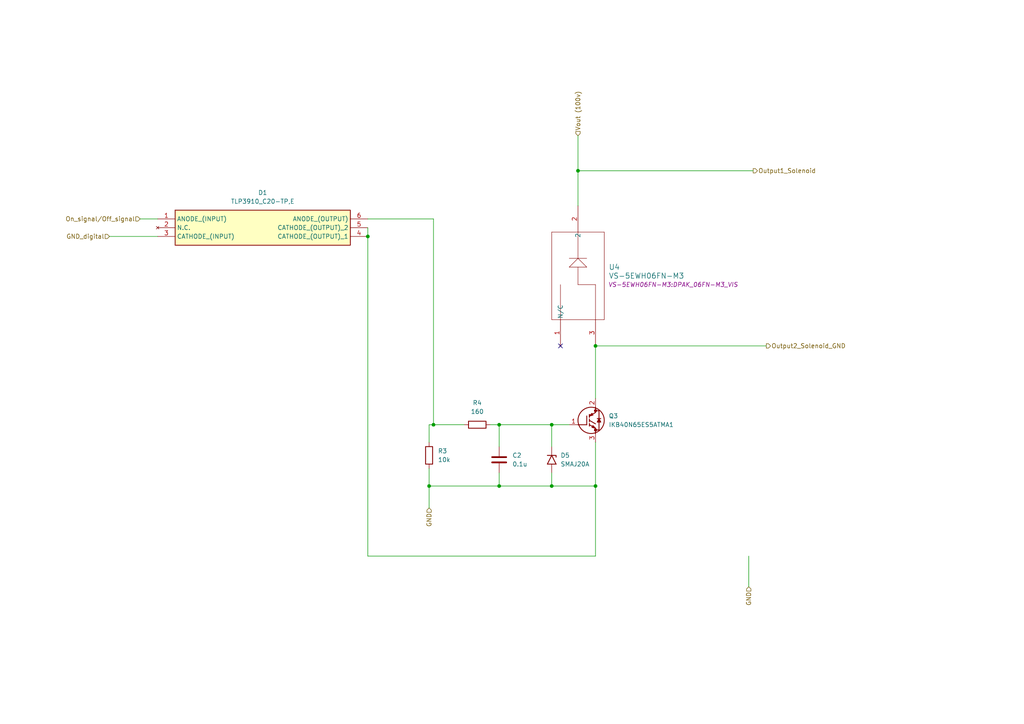
<source format=kicad_sch>
(kicad_sch (version 20231120) (generator "eeschema") (generator_version "8.0")
  (paper "A4")
  (lib_symbols
    (symbol "Device:C" (pin_numbers hide) (pin_names (offset 0.254))
      (property "Reference" "C" (at 0.635 2.54 0))
      (property "Value" "C" (at 0.635 -2.54 0))
      (symbol "C_0_1"
        (polyline (pts (xy -2.032 -0.762) (xy 2.032 -0.762)) (stroke (width 0.508)))
        (polyline (pts (xy -2.032 0.762) (xy 2.032 0.762)) (stroke (width 0.508)))
      )
      (symbol "C_1_1"
        (pin passive line (at 0 3.81 270) (length 2.794) (name "~") (number "1"))
        (pin passive line (at 0 -3.81 90) (length 2.794) (name "~") (number "2"))
      )
    )
    (symbol "Device:R" (pin_numbers hide) (pin_names (offset 0))
      (property "Reference" "R" (at 2.032 0 90))
      (property "Value" "R" (at 0 0 90))
      (symbol "R_0_1"
        (rectangle (start -1.016 -2.54) (end 1.016 2.54) (stroke (width 0.254)))
      )
      (symbol "R_1_1"
        (pin passive line (at 0 3.81 270) (length 1.27) (name "~") (number "1"))
        (pin passive line (at 0 -3.81 90) (length 1.27) (name "~") (number "2"))
      )
    )
    (symbol "Diode:SMAJ20A" (pin_numbers hide) (pin_names (offset 1.016) hide)
      (property "Reference" "D" (at 0 2.54 0))
      (property "Value" "SMAJ20A" (at 0 -2.54 0))
      (symbol "SMAJ20A_0_1"
        (polyline (pts (xy -0.762 1.27) (xy -1.27 1.27) (xy -1.27 -1.27)) (stroke (width 0.254)))
        (polyline (pts (xy 1.27 1.27) (xy 1.27 -1.27) (xy -1.27 0) (xy 1.27 1.27)) (stroke (width 0.254)))
      )
      (symbol "SMAJ20A_1_1"
        (pin passive line (at -3.81 0 0) (length 2.54) (name "A1") (number "1"))
        (pin passive line (at 3.81 0 180) (length 2.54) (name "A2") (number "2"))
      )
    )
    (symbol "IKB40N65ES5ATMA1:IKB40N65ES5ATMA1" (pin_names hide)
      (property "Reference" "Q" (at 11.43 2.54 0))
      (property "Value" "IKB40N65ES5ATMA1" (at 11.43 0 0))
      (symbol "IKB40N65ES5ATMA1_1_1"
        (polyline (pts (xy 2.54 0) (xy 5.08 0)) (stroke (width 0.254)))
        (polyline (pts (xy 5.08 2.54) (xy 5.08 0)) (stroke (width 0.254)))
        (polyline (pts (xy 5.842 -0.4064) (xy 5.842 0.4064)) (stroke (width 0.254)))
        (polyline (pts (xy 5.842 0) (xy 7.62 -1.016)) (stroke (width 0.254)))
        (polyline (pts (xy 5.842 0.8636) (xy 5.842 1.6764)) (stroke (width 0.254)))
        (polyline (pts (xy 5.842 1.27) (xy 7.62 0.254)) (stroke (width 0.254)))
        (polyline (pts (xy 5.842 2.1336) (xy 5.842 2.9464)) (stroke (width 0.254)))
        (polyline (pts (xy 5.842 2.1844) (xy 5.842 2.9972)) (stroke (width 0.254)))
        (polyline (pts (xy 7.62 -1.524) (xy 8.636 -1.524)) (stroke (width 0.254)))
        (polyline (pts (xy 7.62 -1.016) (xy 7.62 -2.54)) (stroke (width 0.254)))
        (polyline (pts (xy 7.62 3.556) (xy 5.842 2.54)) (stroke (width 0.254)))
        (polyline (pts (xy 7.62 3.556) (xy 7.62 5.08)) (stroke (width 0.254)))
        (polyline (pts (xy 7.62 4.064) (xy 8.636 4.064)) (stroke (width 0.254)))
        (polyline (pts (xy 8.128 1.778) (xy 9.144 1.778)) (stroke (width 0.254)))
        (polyline (pts (xy 8.636 0.762) (xy 8.636 -1.524)) (stroke (width 0.254)))
        (polyline (pts (xy 8.636 1.778) (xy 8.636 4.064)) (stroke (width 0.254)))
        (polyline (pts (xy 6.604 -0.762) (xy 6.858 -0.254) (xy 7.62 -1.016) (xy 6.604 -0.762)) (stroke (width 0.254)) (fill (type outline)))
        (polyline (pts (xy 6.858 2.794) (xy 6.604 3.302) (xy 5.842 2.54) (xy 6.858 2.794)) (stroke (width 0.254)) (fill (type outline)))
        (polyline (pts (xy 8.636 1.778) (xy 8.128 0.762) (xy 9.144 0.762) (xy 8.636 1.778)) (stroke (width 0.254)) (fill (type outline)))
        (circle (center 6.35 1.27) (radius 3.81) (stroke (width 0.254)))
        (circle (center 7.62 -1.524) (radius 0.254) (stroke (width 0.381)))
        (circle (center 7.62 4.064) (radius 0.254) (stroke (width 0.381)))
        (pin passive line (at 0 0 0) (length 2.54) (name "G") (number "1"))
        (pin passive line (at 7.62 7.62 270) (length 2.54) (name "C") (number "2"))
        (pin passive line (at 7.62 -5.08 90) (length 2.54) (name "E") (number "3"))
      )
    )
    (symbol "TLP3910_C20-TP_E:TLP3910_C20-TP,E"
      (property "Reference" "D" (at 57.15 7.62 0))
      (property "Value" "TLP3910_C20-TP,E" (at 57.15 5.08 0))
      (symbol "TLP3910_C20-TP,E_1_1"
        (rectangle (start 5.08 2.54) (end 55.88 -7.62) (stroke (width 0.254)) (fill (type background)))
        (pin passive line (at 0 0 0) (length 5.08) (name "ANODE_(INPUT)") (number "1"))
        (pin no_connect line (at 0 -2.54 0) (length 5.08) (name "N.C.") (number "2"))
        (pin passive line (at 0 -5.08 0) (length 5.08) (name "CATHODE_(INPUT)") (number "3"))
        (pin passive line (at 60.96 -5.08 180) (length 5.08) (name "CATHODE_(OUTPUT)_1") (number "4"))
        (pin passive line (at 60.96 -2.54 180) (length 5.08) (name "CATHODE_(OUTPUT)_2") (number "5"))
        (pin passive line (at 60.96 0 180) (length 5.08) (name "ANODE_(OUTPUT)") (number "6"))
      )
    )
    (symbol "VS-5EWH06FN-M3:VS-5EWH06FN-M3" (pin_names (offset 0.254))
      (property "Reference" "U" (at 20.32 7.62 0))
      (property "Value" "VS-5EWH06FN-M3" (at 20.32 5.08 0))
      (symbol "VS-5EWH06FN-M3_0_1"
        (polyline (pts (xy 7.62 -12.7) (xy 33.02 -12.7)) (stroke (width 0.127)))
        (polyline (pts (xy 7.62 -10.16) (xy 17.78 -10.16)) (stroke (width 0.127)))
        (polyline (pts (xy 7.62 0) (xy 17.78 0)) (stroke (width 0.127)))
        (polyline (pts (xy 7.62 2.54) (xy 7.62 -12.7)) (stroke (width 0.127)))
        (polyline (pts (xy 17.78 -10.16) (xy 17.78 -5.08)) (stroke (width 0.127)))
        (polyline (pts (xy 17.78 -5.08) (xy 22.86 -5.08)) (stroke (width 0.127)))
        (polyline (pts (xy 22.86 -7.62) (xy 22.86 -2.54)) (stroke (width 0.127)))
        (polyline (pts (xy 22.86 -7.62) (xy 25.4 -5.08)) (stroke (width 0.127)))
        (polyline (pts (xy 25.4 -7.62) (xy 25.4 -2.54)) (stroke (width 0.127)))
        (polyline (pts (xy 25.4 -5.08) (xy 22.86 -2.54)) (stroke (width 0.127)))
        (polyline (pts (xy 25.4 -5.08) (xy 33.02 -5.08)) (stroke (width 0.127)))
        (polyline (pts (xy 33.02 -12.7) (xy 33.02 2.54)) (stroke (width 0.127)))
        (polyline (pts (xy 33.02 2.54) (xy 7.62 2.54)) (stroke (width 0.127)))
        (pin no_connect line (at 0 0 0) (length 7.62) (name "N/C") (number "1"))
        (pin unspecified line (at 40.64 -5.08 180) (length 7.62) (name "2") (number "2"))
        (pin unspecified line (at 0 -10.16 0) (length 7.62) (name "") (number "3"))
      )
    )
  )
  (junction (at 106.68 68.58))
  (junction (at 124.46 140.97))
  (junction (at 160.02 123.19))
  (junction (at 167.64 49.53))
  (junction (at 160.02 140.97))
  (junction (at 172.72 140.97))
  (junction (at 144.78 140.97))
  (junction (at 144.78 123.19))
  (junction (at 125.73 123.19))
  (junction (at 172.72 100.33))
  (no_connect (at 162.56 100.33))
  (wire (pts (xy 124.46 140.97) (xy 124.46 147.32)))
  (wire (pts (xy 172.72 100.33) (xy 172.72 115.57)))
  (wire (pts (xy 144.78 123.19) (xy 144.78 129.54)))
  (wire (pts (xy 40.64 63.5) (xy 45.72 63.5)))
  (wire (pts (xy 167.64 49.53) (xy 218.44 49.53)))
  (wire (pts (xy 160.02 140.97) (xy 172.72 140.97)))
  (wire (pts (xy 217.17 161.29) (xy 217.17 170.18)))
  (wire (pts (xy 160.02 137.16) (xy 160.02 140.97)))
  (wire (pts (xy 144.78 137.16) (xy 144.78 140.97)))
  (wire (pts (xy 167.64 39.37) (xy 167.64 49.53)))
  (wire (pts (xy 124.46 123.19) (xy 125.73 123.19)))
  (wire (pts (xy 106.68 161.29) (xy 172.72 161.29)))
  (wire (pts (xy 160.02 123.19) (xy 165.1 123.19)))
  (wire (pts (xy 144.78 123.19) (xy 160.02 123.19)))
  (wire (pts (xy 31.75 68.58) (xy 45.72 68.58)))
  (wire (pts (xy 172.72 140.97) (xy 172.72 161.29)))
  (wire (pts (xy 106.68 63.5) (xy 125.73 63.5)))
  (wire (pts (xy 124.46 140.97) (xy 144.78 140.97)))
  (wire (pts (xy 144.78 140.97) (xy 160.02 140.97)))
  (wire (pts (xy 144.78 123.19) (xy 142.24 123.19)))
  (wire (pts (xy 172.72 100.33) (xy 222.25 100.33)))
  (wire (pts (xy 106.68 66.04) (xy 106.68 68.58)))
  (wire (pts (xy 125.73 123.19) (xy 134.62 123.19)))
  (wire (pts (xy 106.68 68.58) (xy 106.68 161.29)))
  (wire (pts (xy 160.02 129.54) (xy 160.02 123.19)))
  (wire (pts (xy 124.46 135.89) (xy 124.46 140.97)))
  (wire (pts (xy 124.46 123.19) (xy 124.46 128.27)))
  (wire (pts (xy 172.72 128.27) (xy 172.72 140.97)))
  (wire (pts (xy 125.73 63.5) (xy 125.73 123.19)))
  (wire (pts (xy 167.64 49.53) (xy 167.64 59.69)))
  (hierarchical_label "Output1_Solenoid" (shape output) (at 218.44 49.53 0))
  (hierarchical_label "On_signal{slash}Off_signal" (shape input) (at 40.64 63.5 180))
  (hierarchical_label "Output2_Solenoid_GND" (shape output) (at 222.25 100.33 0))
  (hierarchical_label "GND_digital" (shape input) (at 31.75 68.58 180))
  (hierarchical_label "GND" (shape input) (at 124.46 147.32 270))
  (hierarchical_label "Vout (100v) " (shape input) (at 167.64 39.37 90))
  (hierarchical_label "GND" (shape input) (at 217.17 170.18 270))
  (symbol (lib_id "Diode:SMAJ20A") (at 160.02 133.35 270) (unit 1)
    (property "Reference" "D5" (at 162.56 132.0799 90) (effects (justify left)))
    (property "Value" "SMAJ20A" (at 162.56 134.6199 90) (effects (justify left)))
    (property "Footprint" "SMAJ20A:DIOM4325X250N" (effects (hide yes)))
    (property "Datasheet" "https://www.littelfuse.com/media?resourcetype=datasheets&itemid=75e32973-b177-4ee3-a0ff-cedaf1abdb93&filename=smaj-datasheet" (effects (hide yes)))
    (property "Description" "400W unidirectional Transient Voltage Suppressor, 20.0Vr, SMA(DO-214AC)" (effects (hide yes)))
  )
  (symbol (lib_id "IKB40N65ES5ATMA1:IKB40N65ES5ATMA1") (at 165.1 123.19 0) (unit 1)
    (property "Reference" "Q3" (at 176.53 120.6499 0) (effects (justify left)))
    (property "Value" "IKB40N65ES5ATMA1" (at 176.53 123.1899 0) (effects (justify left)))
    (property "Footprint" "BTS141TCBUMA1" (effects (hide yes)))
    (property "Datasheet" "https://componentsearchengine.com/Datasheets/1/IKB40N65ES5ATMA1.pdf" (effects (hide yes)))
    (property "Description" "IGBT Transistors INDUSTRY 14" (effects (hide yes)))
    (property "Height" "4.4" (effects (hide yes)))
    (property "Mouser Part Number" "726-IKB40N65ES5ATMA1" (effects (hide yes)))
    (property "Mouser Price/Stock" "https://www.mouser.co.uk/ProductDetail/Infineon-Technologies/IKB40N65ES5ATMA1?qs=MLItCLRbWsxz7jtfFbVz2w%3D%3D" (effects (hide yes)))
    (property "Manufacturer_Name" "Infineon" (effects (hide yes)))
    (property "Manufacturer_Part_Number" "IKB40N65ES5ATMA1" (effects (hide yes)))
  )
  (symbol (lib_id "Device:C") (at 144.78 133.35 0) (unit 1)
    (property "Reference" "C2" (at 148.59 132.0799 0) (effects (justify left)))
    (property "Value" "0.1u" (at 148.59 134.6199 0) (effects (justify left)))
    (property "Description" "Unpolarized capacitor" (effects (hide yes)))
  )
  (symbol (lib_id "TLP3910_C20-TP_E:TLP3910_C20-TP,E") (at 45.72 63.5 0) (unit 1)
    (property "Reference" "D1" (at 76.2 55.88 0))
    (property "Value" "TLP3910_C20-TP,E" (at 76.2 58.42 0))
    (property "Footprint" "TLP3910_C20-TP,E:SOIC127P1000X220-6N" (effects (hide yes)))
    (property "Datasheet" "https://www.mouser.jp/datasheet/2/408/TLP3910_datasheet_en_20210302-2321212.pdf" (effects (hide yes)))
    (property "Description" "Photodiode Output Optocouplers Photovoltaic Coupler; High Voc; SO6L; RoHS" (effects (hide yes)))
    (property "Height" "2.2" (effects (hide yes)))
    (property "Mouser Part Number" "757-TLP3910C20-TPE" (effects (hide yes)))
    (property "Mouser Price/Stock" "https://www.mouser.co.uk/ProductDetail/Toshiba/TLP3910C20-TPE?qs=TuK3vfAjtkUvVtweYOqjVw%3D%3D" (effects (hide yes)))
    (property "Manufacturer_Name" "Toshiba" (effects (hide yes)))
    (property "Manufacturer_Part_Number" "TLP3910(C20-TP,E" (effects (hide yes)))
  )
  (symbol (lib_id "Device:R") (at 138.43 123.19 90) (unit 1)
    (property "Reference" "R4" (at 138.43 116.84 90))
    (property "Value" "160" (at 138.43 119.38 90))
    (property "Description" "Resistor" (effects (hide yes)))
  )
  (symbol (lib_id "VS-5EWH06FN-M3:VS-5EWH06FN-M3") (at 162.56 100.33 90) (unit 1)
    (property "Reference" "U4" (at 176.53 77.4699 90) (effects (font (size 1.524 1.524)) (justify right)))
    (property "Value" "VS-5EWH06FN-M3" (at 176.53 80.0099 90) (effects (font (size 1.524 1.524)) (justify right)))
    (property "Footprint" "VS-5EWH06FN-M3:DPAK_06FN-M3_VIS" (at 176.53 82.5499 90) (effects (font (italic yes)) (justify right)))
    (property "Datasheet" "VS-5EWH06FN-M3" (effects (hide yes)))
  )
  (symbol (lib_id "Device:R") (at 124.46 132.08 0) (unit 1)
    (property "Reference" "R3" (at 127 130.8099 0) (effects (justify left)))
    (property "Value" "10k" (at 127 133.3499 0) (effects (justify left)))
    (property "Description" "Resistor" (effects (hide yes)))
  )
)
</source>
